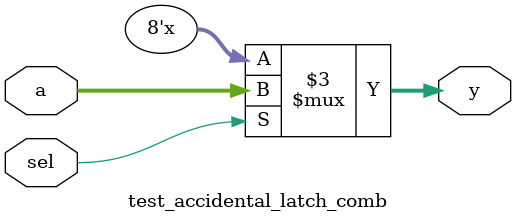
<source format=sv>
module test_accidental_latch_comb(
  input  logic sel,
  input  logic [7:0] a,
  output logic [7:0] y
);
  always_comb begin
    if (sel)
      y = a;
    // Missing else - creates unintended latch!
  end
endmodule

</source>
